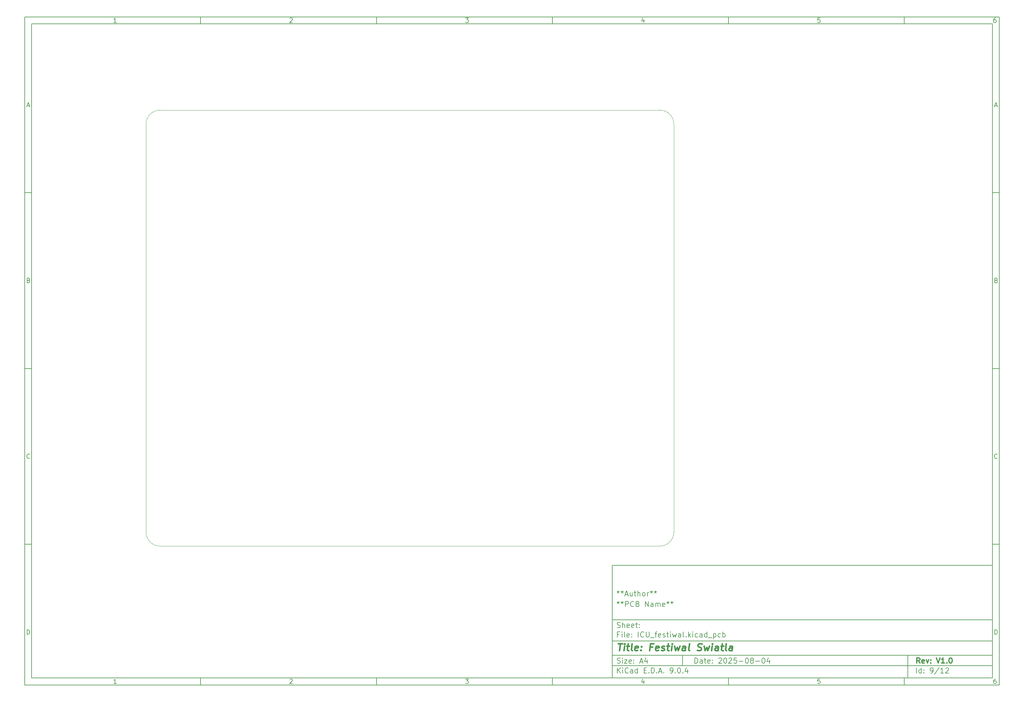
<source format=gbr>
%TF.GenerationSoftware,KiCad,Pcbnew,9.0.4*%
%TF.CreationDate,2025-08-27T10:43:00+02:00*%
%TF.ProjectId,ICU_festiwal,4943555f-6665-4737-9469-77616c2e6b69,V1.0*%
%TF.SameCoordinates,Original*%
%TF.FileFunction,Profile,NP*%
%FSLAX46Y46*%
G04 Gerber Fmt 4.6, Leading zero omitted, Abs format (unit mm)*
G04 Created by KiCad (PCBNEW 9.0.4) date 2025-08-27 10:43:00*
%MOMM*%
%LPD*%
G01*
G04 APERTURE LIST*
%ADD10C,0.100000*%
%ADD11C,0.150000*%
%ADD12C,0.300000*%
%ADD13C,0.400000*%
%TA.AperFunction,Profile*%
%ADD14C,0.050000*%
%TD*%
G04 APERTURE END LIST*
D10*
D11*
X177002200Y-166007200D02*
X285002200Y-166007200D01*
X285002200Y-198007200D01*
X177002200Y-198007200D01*
X177002200Y-166007200D01*
D10*
D11*
X10000000Y-10000000D02*
X287002200Y-10000000D01*
X287002200Y-200007200D01*
X10000000Y-200007200D01*
X10000000Y-10000000D01*
D10*
D11*
X12000000Y-12000000D02*
X285002200Y-12000000D01*
X285002200Y-198007200D01*
X12000000Y-198007200D01*
X12000000Y-12000000D01*
D10*
D11*
X60000000Y-12000000D02*
X60000000Y-10000000D01*
D10*
D11*
X110000000Y-12000000D02*
X110000000Y-10000000D01*
D10*
D11*
X160000000Y-12000000D02*
X160000000Y-10000000D01*
D10*
D11*
X210000000Y-12000000D02*
X210000000Y-10000000D01*
D10*
D11*
X260000000Y-12000000D02*
X260000000Y-10000000D01*
D10*
D11*
X36089160Y-11593604D02*
X35346303Y-11593604D01*
X35717731Y-11593604D02*
X35717731Y-10293604D01*
X35717731Y-10293604D02*
X35593922Y-10479319D01*
X35593922Y-10479319D02*
X35470112Y-10603128D01*
X35470112Y-10603128D02*
X35346303Y-10665033D01*
D10*
D11*
X85346303Y-10417414D02*
X85408207Y-10355509D01*
X85408207Y-10355509D02*
X85532017Y-10293604D01*
X85532017Y-10293604D02*
X85841541Y-10293604D01*
X85841541Y-10293604D02*
X85965350Y-10355509D01*
X85965350Y-10355509D02*
X86027255Y-10417414D01*
X86027255Y-10417414D02*
X86089160Y-10541223D01*
X86089160Y-10541223D02*
X86089160Y-10665033D01*
X86089160Y-10665033D02*
X86027255Y-10850747D01*
X86027255Y-10850747D02*
X85284398Y-11593604D01*
X85284398Y-11593604D02*
X86089160Y-11593604D01*
D10*
D11*
X135284398Y-10293604D02*
X136089160Y-10293604D01*
X136089160Y-10293604D02*
X135655826Y-10788842D01*
X135655826Y-10788842D02*
X135841541Y-10788842D01*
X135841541Y-10788842D02*
X135965350Y-10850747D01*
X135965350Y-10850747D02*
X136027255Y-10912652D01*
X136027255Y-10912652D02*
X136089160Y-11036461D01*
X136089160Y-11036461D02*
X136089160Y-11345985D01*
X136089160Y-11345985D02*
X136027255Y-11469795D01*
X136027255Y-11469795D02*
X135965350Y-11531700D01*
X135965350Y-11531700D02*
X135841541Y-11593604D01*
X135841541Y-11593604D02*
X135470112Y-11593604D01*
X135470112Y-11593604D02*
X135346303Y-11531700D01*
X135346303Y-11531700D02*
X135284398Y-11469795D01*
D10*
D11*
X185965350Y-10726938D02*
X185965350Y-11593604D01*
X185655826Y-10231700D02*
X185346303Y-11160271D01*
X185346303Y-11160271D02*
X186151064Y-11160271D01*
D10*
D11*
X236027255Y-10293604D02*
X235408207Y-10293604D01*
X235408207Y-10293604D02*
X235346303Y-10912652D01*
X235346303Y-10912652D02*
X235408207Y-10850747D01*
X235408207Y-10850747D02*
X235532017Y-10788842D01*
X235532017Y-10788842D02*
X235841541Y-10788842D01*
X235841541Y-10788842D02*
X235965350Y-10850747D01*
X235965350Y-10850747D02*
X236027255Y-10912652D01*
X236027255Y-10912652D02*
X236089160Y-11036461D01*
X236089160Y-11036461D02*
X236089160Y-11345985D01*
X236089160Y-11345985D02*
X236027255Y-11469795D01*
X236027255Y-11469795D02*
X235965350Y-11531700D01*
X235965350Y-11531700D02*
X235841541Y-11593604D01*
X235841541Y-11593604D02*
X235532017Y-11593604D01*
X235532017Y-11593604D02*
X235408207Y-11531700D01*
X235408207Y-11531700D02*
X235346303Y-11469795D01*
D10*
D11*
X285965350Y-10293604D02*
X285717731Y-10293604D01*
X285717731Y-10293604D02*
X285593922Y-10355509D01*
X285593922Y-10355509D02*
X285532017Y-10417414D01*
X285532017Y-10417414D02*
X285408207Y-10603128D01*
X285408207Y-10603128D02*
X285346303Y-10850747D01*
X285346303Y-10850747D02*
X285346303Y-11345985D01*
X285346303Y-11345985D02*
X285408207Y-11469795D01*
X285408207Y-11469795D02*
X285470112Y-11531700D01*
X285470112Y-11531700D02*
X285593922Y-11593604D01*
X285593922Y-11593604D02*
X285841541Y-11593604D01*
X285841541Y-11593604D02*
X285965350Y-11531700D01*
X285965350Y-11531700D02*
X286027255Y-11469795D01*
X286027255Y-11469795D02*
X286089160Y-11345985D01*
X286089160Y-11345985D02*
X286089160Y-11036461D01*
X286089160Y-11036461D02*
X286027255Y-10912652D01*
X286027255Y-10912652D02*
X285965350Y-10850747D01*
X285965350Y-10850747D02*
X285841541Y-10788842D01*
X285841541Y-10788842D02*
X285593922Y-10788842D01*
X285593922Y-10788842D02*
X285470112Y-10850747D01*
X285470112Y-10850747D02*
X285408207Y-10912652D01*
X285408207Y-10912652D02*
X285346303Y-11036461D01*
D10*
D11*
X60000000Y-198007200D02*
X60000000Y-200007200D01*
D10*
D11*
X110000000Y-198007200D02*
X110000000Y-200007200D01*
D10*
D11*
X160000000Y-198007200D02*
X160000000Y-200007200D01*
D10*
D11*
X210000000Y-198007200D02*
X210000000Y-200007200D01*
D10*
D11*
X260000000Y-198007200D02*
X260000000Y-200007200D01*
D10*
D11*
X36089160Y-199600804D02*
X35346303Y-199600804D01*
X35717731Y-199600804D02*
X35717731Y-198300804D01*
X35717731Y-198300804D02*
X35593922Y-198486519D01*
X35593922Y-198486519D02*
X35470112Y-198610328D01*
X35470112Y-198610328D02*
X35346303Y-198672233D01*
D10*
D11*
X85346303Y-198424614D02*
X85408207Y-198362709D01*
X85408207Y-198362709D02*
X85532017Y-198300804D01*
X85532017Y-198300804D02*
X85841541Y-198300804D01*
X85841541Y-198300804D02*
X85965350Y-198362709D01*
X85965350Y-198362709D02*
X86027255Y-198424614D01*
X86027255Y-198424614D02*
X86089160Y-198548423D01*
X86089160Y-198548423D02*
X86089160Y-198672233D01*
X86089160Y-198672233D02*
X86027255Y-198857947D01*
X86027255Y-198857947D02*
X85284398Y-199600804D01*
X85284398Y-199600804D02*
X86089160Y-199600804D01*
D10*
D11*
X135284398Y-198300804D02*
X136089160Y-198300804D01*
X136089160Y-198300804D02*
X135655826Y-198796042D01*
X135655826Y-198796042D02*
X135841541Y-198796042D01*
X135841541Y-198796042D02*
X135965350Y-198857947D01*
X135965350Y-198857947D02*
X136027255Y-198919852D01*
X136027255Y-198919852D02*
X136089160Y-199043661D01*
X136089160Y-199043661D02*
X136089160Y-199353185D01*
X136089160Y-199353185D02*
X136027255Y-199476995D01*
X136027255Y-199476995D02*
X135965350Y-199538900D01*
X135965350Y-199538900D02*
X135841541Y-199600804D01*
X135841541Y-199600804D02*
X135470112Y-199600804D01*
X135470112Y-199600804D02*
X135346303Y-199538900D01*
X135346303Y-199538900D02*
X135284398Y-199476995D01*
D10*
D11*
X185965350Y-198734138D02*
X185965350Y-199600804D01*
X185655826Y-198238900D02*
X185346303Y-199167471D01*
X185346303Y-199167471D02*
X186151064Y-199167471D01*
D10*
D11*
X236027255Y-198300804D02*
X235408207Y-198300804D01*
X235408207Y-198300804D02*
X235346303Y-198919852D01*
X235346303Y-198919852D02*
X235408207Y-198857947D01*
X235408207Y-198857947D02*
X235532017Y-198796042D01*
X235532017Y-198796042D02*
X235841541Y-198796042D01*
X235841541Y-198796042D02*
X235965350Y-198857947D01*
X235965350Y-198857947D02*
X236027255Y-198919852D01*
X236027255Y-198919852D02*
X236089160Y-199043661D01*
X236089160Y-199043661D02*
X236089160Y-199353185D01*
X236089160Y-199353185D02*
X236027255Y-199476995D01*
X236027255Y-199476995D02*
X235965350Y-199538900D01*
X235965350Y-199538900D02*
X235841541Y-199600804D01*
X235841541Y-199600804D02*
X235532017Y-199600804D01*
X235532017Y-199600804D02*
X235408207Y-199538900D01*
X235408207Y-199538900D02*
X235346303Y-199476995D01*
D10*
D11*
X285965350Y-198300804D02*
X285717731Y-198300804D01*
X285717731Y-198300804D02*
X285593922Y-198362709D01*
X285593922Y-198362709D02*
X285532017Y-198424614D01*
X285532017Y-198424614D02*
X285408207Y-198610328D01*
X285408207Y-198610328D02*
X285346303Y-198857947D01*
X285346303Y-198857947D02*
X285346303Y-199353185D01*
X285346303Y-199353185D02*
X285408207Y-199476995D01*
X285408207Y-199476995D02*
X285470112Y-199538900D01*
X285470112Y-199538900D02*
X285593922Y-199600804D01*
X285593922Y-199600804D02*
X285841541Y-199600804D01*
X285841541Y-199600804D02*
X285965350Y-199538900D01*
X285965350Y-199538900D02*
X286027255Y-199476995D01*
X286027255Y-199476995D02*
X286089160Y-199353185D01*
X286089160Y-199353185D02*
X286089160Y-199043661D01*
X286089160Y-199043661D02*
X286027255Y-198919852D01*
X286027255Y-198919852D02*
X285965350Y-198857947D01*
X285965350Y-198857947D02*
X285841541Y-198796042D01*
X285841541Y-198796042D02*
X285593922Y-198796042D01*
X285593922Y-198796042D02*
X285470112Y-198857947D01*
X285470112Y-198857947D02*
X285408207Y-198919852D01*
X285408207Y-198919852D02*
X285346303Y-199043661D01*
D10*
D11*
X10000000Y-60000000D02*
X12000000Y-60000000D01*
D10*
D11*
X10000000Y-110000000D02*
X12000000Y-110000000D01*
D10*
D11*
X10000000Y-160000000D02*
X12000000Y-160000000D01*
D10*
D11*
X10690476Y-35222176D02*
X11309523Y-35222176D01*
X10566666Y-35593604D02*
X10999999Y-34293604D01*
X10999999Y-34293604D02*
X11433333Y-35593604D01*
D10*
D11*
X11092857Y-84912652D02*
X11278571Y-84974557D01*
X11278571Y-84974557D02*
X11340476Y-85036461D01*
X11340476Y-85036461D02*
X11402380Y-85160271D01*
X11402380Y-85160271D02*
X11402380Y-85345985D01*
X11402380Y-85345985D02*
X11340476Y-85469795D01*
X11340476Y-85469795D02*
X11278571Y-85531700D01*
X11278571Y-85531700D02*
X11154761Y-85593604D01*
X11154761Y-85593604D02*
X10659523Y-85593604D01*
X10659523Y-85593604D02*
X10659523Y-84293604D01*
X10659523Y-84293604D02*
X11092857Y-84293604D01*
X11092857Y-84293604D02*
X11216666Y-84355509D01*
X11216666Y-84355509D02*
X11278571Y-84417414D01*
X11278571Y-84417414D02*
X11340476Y-84541223D01*
X11340476Y-84541223D02*
X11340476Y-84665033D01*
X11340476Y-84665033D02*
X11278571Y-84788842D01*
X11278571Y-84788842D02*
X11216666Y-84850747D01*
X11216666Y-84850747D02*
X11092857Y-84912652D01*
X11092857Y-84912652D02*
X10659523Y-84912652D01*
D10*
D11*
X11402380Y-135469795D02*
X11340476Y-135531700D01*
X11340476Y-135531700D02*
X11154761Y-135593604D01*
X11154761Y-135593604D02*
X11030952Y-135593604D01*
X11030952Y-135593604D02*
X10845238Y-135531700D01*
X10845238Y-135531700D02*
X10721428Y-135407890D01*
X10721428Y-135407890D02*
X10659523Y-135284080D01*
X10659523Y-135284080D02*
X10597619Y-135036461D01*
X10597619Y-135036461D02*
X10597619Y-134850747D01*
X10597619Y-134850747D02*
X10659523Y-134603128D01*
X10659523Y-134603128D02*
X10721428Y-134479319D01*
X10721428Y-134479319D02*
X10845238Y-134355509D01*
X10845238Y-134355509D02*
X11030952Y-134293604D01*
X11030952Y-134293604D02*
X11154761Y-134293604D01*
X11154761Y-134293604D02*
X11340476Y-134355509D01*
X11340476Y-134355509D02*
X11402380Y-134417414D01*
D10*
D11*
X10659523Y-185593604D02*
X10659523Y-184293604D01*
X10659523Y-184293604D02*
X10969047Y-184293604D01*
X10969047Y-184293604D02*
X11154761Y-184355509D01*
X11154761Y-184355509D02*
X11278571Y-184479319D01*
X11278571Y-184479319D02*
X11340476Y-184603128D01*
X11340476Y-184603128D02*
X11402380Y-184850747D01*
X11402380Y-184850747D02*
X11402380Y-185036461D01*
X11402380Y-185036461D02*
X11340476Y-185284080D01*
X11340476Y-185284080D02*
X11278571Y-185407890D01*
X11278571Y-185407890D02*
X11154761Y-185531700D01*
X11154761Y-185531700D02*
X10969047Y-185593604D01*
X10969047Y-185593604D02*
X10659523Y-185593604D01*
D10*
D11*
X287002200Y-60000000D02*
X285002200Y-60000000D01*
D10*
D11*
X287002200Y-110000000D02*
X285002200Y-110000000D01*
D10*
D11*
X287002200Y-160000000D02*
X285002200Y-160000000D01*
D10*
D11*
X285692676Y-35222176D02*
X286311723Y-35222176D01*
X285568866Y-35593604D02*
X286002199Y-34293604D01*
X286002199Y-34293604D02*
X286435533Y-35593604D01*
D10*
D11*
X286095057Y-84912652D02*
X286280771Y-84974557D01*
X286280771Y-84974557D02*
X286342676Y-85036461D01*
X286342676Y-85036461D02*
X286404580Y-85160271D01*
X286404580Y-85160271D02*
X286404580Y-85345985D01*
X286404580Y-85345985D02*
X286342676Y-85469795D01*
X286342676Y-85469795D02*
X286280771Y-85531700D01*
X286280771Y-85531700D02*
X286156961Y-85593604D01*
X286156961Y-85593604D02*
X285661723Y-85593604D01*
X285661723Y-85593604D02*
X285661723Y-84293604D01*
X285661723Y-84293604D02*
X286095057Y-84293604D01*
X286095057Y-84293604D02*
X286218866Y-84355509D01*
X286218866Y-84355509D02*
X286280771Y-84417414D01*
X286280771Y-84417414D02*
X286342676Y-84541223D01*
X286342676Y-84541223D02*
X286342676Y-84665033D01*
X286342676Y-84665033D02*
X286280771Y-84788842D01*
X286280771Y-84788842D02*
X286218866Y-84850747D01*
X286218866Y-84850747D02*
X286095057Y-84912652D01*
X286095057Y-84912652D02*
X285661723Y-84912652D01*
D10*
D11*
X286404580Y-135469795D02*
X286342676Y-135531700D01*
X286342676Y-135531700D02*
X286156961Y-135593604D01*
X286156961Y-135593604D02*
X286033152Y-135593604D01*
X286033152Y-135593604D02*
X285847438Y-135531700D01*
X285847438Y-135531700D02*
X285723628Y-135407890D01*
X285723628Y-135407890D02*
X285661723Y-135284080D01*
X285661723Y-135284080D02*
X285599819Y-135036461D01*
X285599819Y-135036461D02*
X285599819Y-134850747D01*
X285599819Y-134850747D02*
X285661723Y-134603128D01*
X285661723Y-134603128D02*
X285723628Y-134479319D01*
X285723628Y-134479319D02*
X285847438Y-134355509D01*
X285847438Y-134355509D02*
X286033152Y-134293604D01*
X286033152Y-134293604D02*
X286156961Y-134293604D01*
X286156961Y-134293604D02*
X286342676Y-134355509D01*
X286342676Y-134355509D02*
X286404580Y-134417414D01*
D10*
D11*
X285661723Y-185593604D02*
X285661723Y-184293604D01*
X285661723Y-184293604D02*
X285971247Y-184293604D01*
X285971247Y-184293604D02*
X286156961Y-184355509D01*
X286156961Y-184355509D02*
X286280771Y-184479319D01*
X286280771Y-184479319D02*
X286342676Y-184603128D01*
X286342676Y-184603128D02*
X286404580Y-184850747D01*
X286404580Y-184850747D02*
X286404580Y-185036461D01*
X286404580Y-185036461D02*
X286342676Y-185284080D01*
X286342676Y-185284080D02*
X286280771Y-185407890D01*
X286280771Y-185407890D02*
X286156961Y-185531700D01*
X286156961Y-185531700D02*
X285971247Y-185593604D01*
X285971247Y-185593604D02*
X285661723Y-185593604D01*
D10*
D11*
X200458026Y-193793328D02*
X200458026Y-192293328D01*
X200458026Y-192293328D02*
X200815169Y-192293328D01*
X200815169Y-192293328D02*
X201029455Y-192364757D01*
X201029455Y-192364757D02*
X201172312Y-192507614D01*
X201172312Y-192507614D02*
X201243741Y-192650471D01*
X201243741Y-192650471D02*
X201315169Y-192936185D01*
X201315169Y-192936185D02*
X201315169Y-193150471D01*
X201315169Y-193150471D02*
X201243741Y-193436185D01*
X201243741Y-193436185D02*
X201172312Y-193579042D01*
X201172312Y-193579042D02*
X201029455Y-193721900D01*
X201029455Y-193721900D02*
X200815169Y-193793328D01*
X200815169Y-193793328D02*
X200458026Y-193793328D01*
X202600884Y-193793328D02*
X202600884Y-193007614D01*
X202600884Y-193007614D02*
X202529455Y-192864757D01*
X202529455Y-192864757D02*
X202386598Y-192793328D01*
X202386598Y-192793328D02*
X202100884Y-192793328D01*
X202100884Y-192793328D02*
X201958026Y-192864757D01*
X202600884Y-193721900D02*
X202458026Y-193793328D01*
X202458026Y-193793328D02*
X202100884Y-193793328D01*
X202100884Y-193793328D02*
X201958026Y-193721900D01*
X201958026Y-193721900D02*
X201886598Y-193579042D01*
X201886598Y-193579042D02*
X201886598Y-193436185D01*
X201886598Y-193436185D02*
X201958026Y-193293328D01*
X201958026Y-193293328D02*
X202100884Y-193221900D01*
X202100884Y-193221900D02*
X202458026Y-193221900D01*
X202458026Y-193221900D02*
X202600884Y-193150471D01*
X203100884Y-192793328D02*
X203672312Y-192793328D01*
X203315169Y-192293328D02*
X203315169Y-193579042D01*
X203315169Y-193579042D02*
X203386598Y-193721900D01*
X203386598Y-193721900D02*
X203529455Y-193793328D01*
X203529455Y-193793328D02*
X203672312Y-193793328D01*
X204743741Y-193721900D02*
X204600884Y-193793328D01*
X204600884Y-193793328D02*
X204315170Y-193793328D01*
X204315170Y-193793328D02*
X204172312Y-193721900D01*
X204172312Y-193721900D02*
X204100884Y-193579042D01*
X204100884Y-193579042D02*
X204100884Y-193007614D01*
X204100884Y-193007614D02*
X204172312Y-192864757D01*
X204172312Y-192864757D02*
X204315170Y-192793328D01*
X204315170Y-192793328D02*
X204600884Y-192793328D01*
X204600884Y-192793328D02*
X204743741Y-192864757D01*
X204743741Y-192864757D02*
X204815170Y-193007614D01*
X204815170Y-193007614D02*
X204815170Y-193150471D01*
X204815170Y-193150471D02*
X204100884Y-193293328D01*
X205458026Y-193650471D02*
X205529455Y-193721900D01*
X205529455Y-193721900D02*
X205458026Y-193793328D01*
X205458026Y-193793328D02*
X205386598Y-193721900D01*
X205386598Y-193721900D02*
X205458026Y-193650471D01*
X205458026Y-193650471D02*
X205458026Y-193793328D01*
X205458026Y-192864757D02*
X205529455Y-192936185D01*
X205529455Y-192936185D02*
X205458026Y-193007614D01*
X205458026Y-193007614D02*
X205386598Y-192936185D01*
X205386598Y-192936185D02*
X205458026Y-192864757D01*
X205458026Y-192864757D02*
X205458026Y-193007614D01*
X207243741Y-192436185D02*
X207315169Y-192364757D01*
X207315169Y-192364757D02*
X207458027Y-192293328D01*
X207458027Y-192293328D02*
X207815169Y-192293328D01*
X207815169Y-192293328D02*
X207958027Y-192364757D01*
X207958027Y-192364757D02*
X208029455Y-192436185D01*
X208029455Y-192436185D02*
X208100884Y-192579042D01*
X208100884Y-192579042D02*
X208100884Y-192721900D01*
X208100884Y-192721900D02*
X208029455Y-192936185D01*
X208029455Y-192936185D02*
X207172312Y-193793328D01*
X207172312Y-193793328D02*
X208100884Y-193793328D01*
X209029455Y-192293328D02*
X209172312Y-192293328D01*
X209172312Y-192293328D02*
X209315169Y-192364757D01*
X209315169Y-192364757D02*
X209386598Y-192436185D01*
X209386598Y-192436185D02*
X209458026Y-192579042D01*
X209458026Y-192579042D02*
X209529455Y-192864757D01*
X209529455Y-192864757D02*
X209529455Y-193221900D01*
X209529455Y-193221900D02*
X209458026Y-193507614D01*
X209458026Y-193507614D02*
X209386598Y-193650471D01*
X209386598Y-193650471D02*
X209315169Y-193721900D01*
X209315169Y-193721900D02*
X209172312Y-193793328D01*
X209172312Y-193793328D02*
X209029455Y-193793328D01*
X209029455Y-193793328D02*
X208886598Y-193721900D01*
X208886598Y-193721900D02*
X208815169Y-193650471D01*
X208815169Y-193650471D02*
X208743740Y-193507614D01*
X208743740Y-193507614D02*
X208672312Y-193221900D01*
X208672312Y-193221900D02*
X208672312Y-192864757D01*
X208672312Y-192864757D02*
X208743740Y-192579042D01*
X208743740Y-192579042D02*
X208815169Y-192436185D01*
X208815169Y-192436185D02*
X208886598Y-192364757D01*
X208886598Y-192364757D02*
X209029455Y-192293328D01*
X210100883Y-192436185D02*
X210172311Y-192364757D01*
X210172311Y-192364757D02*
X210315169Y-192293328D01*
X210315169Y-192293328D02*
X210672311Y-192293328D01*
X210672311Y-192293328D02*
X210815169Y-192364757D01*
X210815169Y-192364757D02*
X210886597Y-192436185D01*
X210886597Y-192436185D02*
X210958026Y-192579042D01*
X210958026Y-192579042D02*
X210958026Y-192721900D01*
X210958026Y-192721900D02*
X210886597Y-192936185D01*
X210886597Y-192936185D02*
X210029454Y-193793328D01*
X210029454Y-193793328D02*
X210958026Y-193793328D01*
X212315168Y-192293328D02*
X211600882Y-192293328D01*
X211600882Y-192293328D02*
X211529454Y-193007614D01*
X211529454Y-193007614D02*
X211600882Y-192936185D01*
X211600882Y-192936185D02*
X211743740Y-192864757D01*
X211743740Y-192864757D02*
X212100882Y-192864757D01*
X212100882Y-192864757D02*
X212243740Y-192936185D01*
X212243740Y-192936185D02*
X212315168Y-193007614D01*
X212315168Y-193007614D02*
X212386597Y-193150471D01*
X212386597Y-193150471D02*
X212386597Y-193507614D01*
X212386597Y-193507614D02*
X212315168Y-193650471D01*
X212315168Y-193650471D02*
X212243740Y-193721900D01*
X212243740Y-193721900D02*
X212100882Y-193793328D01*
X212100882Y-193793328D02*
X211743740Y-193793328D01*
X211743740Y-193793328D02*
X211600882Y-193721900D01*
X211600882Y-193721900D02*
X211529454Y-193650471D01*
X213029453Y-193221900D02*
X214172311Y-193221900D01*
X215172311Y-192293328D02*
X215315168Y-192293328D01*
X215315168Y-192293328D02*
X215458025Y-192364757D01*
X215458025Y-192364757D02*
X215529454Y-192436185D01*
X215529454Y-192436185D02*
X215600882Y-192579042D01*
X215600882Y-192579042D02*
X215672311Y-192864757D01*
X215672311Y-192864757D02*
X215672311Y-193221900D01*
X215672311Y-193221900D02*
X215600882Y-193507614D01*
X215600882Y-193507614D02*
X215529454Y-193650471D01*
X215529454Y-193650471D02*
X215458025Y-193721900D01*
X215458025Y-193721900D02*
X215315168Y-193793328D01*
X215315168Y-193793328D02*
X215172311Y-193793328D01*
X215172311Y-193793328D02*
X215029454Y-193721900D01*
X215029454Y-193721900D02*
X214958025Y-193650471D01*
X214958025Y-193650471D02*
X214886596Y-193507614D01*
X214886596Y-193507614D02*
X214815168Y-193221900D01*
X214815168Y-193221900D02*
X214815168Y-192864757D01*
X214815168Y-192864757D02*
X214886596Y-192579042D01*
X214886596Y-192579042D02*
X214958025Y-192436185D01*
X214958025Y-192436185D02*
X215029454Y-192364757D01*
X215029454Y-192364757D02*
X215172311Y-192293328D01*
X216529453Y-192936185D02*
X216386596Y-192864757D01*
X216386596Y-192864757D02*
X216315167Y-192793328D01*
X216315167Y-192793328D02*
X216243739Y-192650471D01*
X216243739Y-192650471D02*
X216243739Y-192579042D01*
X216243739Y-192579042D02*
X216315167Y-192436185D01*
X216315167Y-192436185D02*
X216386596Y-192364757D01*
X216386596Y-192364757D02*
X216529453Y-192293328D01*
X216529453Y-192293328D02*
X216815167Y-192293328D01*
X216815167Y-192293328D02*
X216958025Y-192364757D01*
X216958025Y-192364757D02*
X217029453Y-192436185D01*
X217029453Y-192436185D02*
X217100882Y-192579042D01*
X217100882Y-192579042D02*
X217100882Y-192650471D01*
X217100882Y-192650471D02*
X217029453Y-192793328D01*
X217029453Y-192793328D02*
X216958025Y-192864757D01*
X216958025Y-192864757D02*
X216815167Y-192936185D01*
X216815167Y-192936185D02*
X216529453Y-192936185D01*
X216529453Y-192936185D02*
X216386596Y-193007614D01*
X216386596Y-193007614D02*
X216315167Y-193079042D01*
X216315167Y-193079042D02*
X216243739Y-193221900D01*
X216243739Y-193221900D02*
X216243739Y-193507614D01*
X216243739Y-193507614D02*
X216315167Y-193650471D01*
X216315167Y-193650471D02*
X216386596Y-193721900D01*
X216386596Y-193721900D02*
X216529453Y-193793328D01*
X216529453Y-193793328D02*
X216815167Y-193793328D01*
X216815167Y-193793328D02*
X216958025Y-193721900D01*
X216958025Y-193721900D02*
X217029453Y-193650471D01*
X217029453Y-193650471D02*
X217100882Y-193507614D01*
X217100882Y-193507614D02*
X217100882Y-193221900D01*
X217100882Y-193221900D02*
X217029453Y-193079042D01*
X217029453Y-193079042D02*
X216958025Y-193007614D01*
X216958025Y-193007614D02*
X216815167Y-192936185D01*
X217743738Y-193221900D02*
X218886596Y-193221900D01*
X219886596Y-192293328D02*
X220029453Y-192293328D01*
X220029453Y-192293328D02*
X220172310Y-192364757D01*
X220172310Y-192364757D02*
X220243739Y-192436185D01*
X220243739Y-192436185D02*
X220315167Y-192579042D01*
X220315167Y-192579042D02*
X220386596Y-192864757D01*
X220386596Y-192864757D02*
X220386596Y-193221900D01*
X220386596Y-193221900D02*
X220315167Y-193507614D01*
X220315167Y-193507614D02*
X220243739Y-193650471D01*
X220243739Y-193650471D02*
X220172310Y-193721900D01*
X220172310Y-193721900D02*
X220029453Y-193793328D01*
X220029453Y-193793328D02*
X219886596Y-193793328D01*
X219886596Y-193793328D02*
X219743739Y-193721900D01*
X219743739Y-193721900D02*
X219672310Y-193650471D01*
X219672310Y-193650471D02*
X219600881Y-193507614D01*
X219600881Y-193507614D02*
X219529453Y-193221900D01*
X219529453Y-193221900D02*
X219529453Y-192864757D01*
X219529453Y-192864757D02*
X219600881Y-192579042D01*
X219600881Y-192579042D02*
X219672310Y-192436185D01*
X219672310Y-192436185D02*
X219743739Y-192364757D01*
X219743739Y-192364757D02*
X219886596Y-192293328D01*
X221672310Y-192793328D02*
X221672310Y-193793328D01*
X221315167Y-192221900D02*
X220958024Y-193293328D01*
X220958024Y-193293328D02*
X221886595Y-193293328D01*
D10*
D11*
X177002200Y-194507200D02*
X285002200Y-194507200D01*
D10*
D11*
X178458026Y-196593328D02*
X178458026Y-195093328D01*
X179315169Y-196593328D02*
X178672312Y-195736185D01*
X179315169Y-195093328D02*
X178458026Y-195950471D01*
X179958026Y-196593328D02*
X179958026Y-195593328D01*
X179958026Y-195093328D02*
X179886598Y-195164757D01*
X179886598Y-195164757D02*
X179958026Y-195236185D01*
X179958026Y-195236185D02*
X180029455Y-195164757D01*
X180029455Y-195164757D02*
X179958026Y-195093328D01*
X179958026Y-195093328D02*
X179958026Y-195236185D01*
X181529455Y-196450471D02*
X181458027Y-196521900D01*
X181458027Y-196521900D02*
X181243741Y-196593328D01*
X181243741Y-196593328D02*
X181100884Y-196593328D01*
X181100884Y-196593328D02*
X180886598Y-196521900D01*
X180886598Y-196521900D02*
X180743741Y-196379042D01*
X180743741Y-196379042D02*
X180672312Y-196236185D01*
X180672312Y-196236185D02*
X180600884Y-195950471D01*
X180600884Y-195950471D02*
X180600884Y-195736185D01*
X180600884Y-195736185D02*
X180672312Y-195450471D01*
X180672312Y-195450471D02*
X180743741Y-195307614D01*
X180743741Y-195307614D02*
X180886598Y-195164757D01*
X180886598Y-195164757D02*
X181100884Y-195093328D01*
X181100884Y-195093328D02*
X181243741Y-195093328D01*
X181243741Y-195093328D02*
X181458027Y-195164757D01*
X181458027Y-195164757D02*
X181529455Y-195236185D01*
X182815170Y-196593328D02*
X182815170Y-195807614D01*
X182815170Y-195807614D02*
X182743741Y-195664757D01*
X182743741Y-195664757D02*
X182600884Y-195593328D01*
X182600884Y-195593328D02*
X182315170Y-195593328D01*
X182315170Y-195593328D02*
X182172312Y-195664757D01*
X182815170Y-196521900D02*
X182672312Y-196593328D01*
X182672312Y-196593328D02*
X182315170Y-196593328D01*
X182315170Y-196593328D02*
X182172312Y-196521900D01*
X182172312Y-196521900D02*
X182100884Y-196379042D01*
X182100884Y-196379042D02*
X182100884Y-196236185D01*
X182100884Y-196236185D02*
X182172312Y-196093328D01*
X182172312Y-196093328D02*
X182315170Y-196021900D01*
X182315170Y-196021900D02*
X182672312Y-196021900D01*
X182672312Y-196021900D02*
X182815170Y-195950471D01*
X184172313Y-196593328D02*
X184172313Y-195093328D01*
X184172313Y-196521900D02*
X184029455Y-196593328D01*
X184029455Y-196593328D02*
X183743741Y-196593328D01*
X183743741Y-196593328D02*
X183600884Y-196521900D01*
X183600884Y-196521900D02*
X183529455Y-196450471D01*
X183529455Y-196450471D02*
X183458027Y-196307614D01*
X183458027Y-196307614D02*
X183458027Y-195879042D01*
X183458027Y-195879042D02*
X183529455Y-195736185D01*
X183529455Y-195736185D02*
X183600884Y-195664757D01*
X183600884Y-195664757D02*
X183743741Y-195593328D01*
X183743741Y-195593328D02*
X184029455Y-195593328D01*
X184029455Y-195593328D02*
X184172313Y-195664757D01*
X186029455Y-195807614D02*
X186529455Y-195807614D01*
X186743741Y-196593328D02*
X186029455Y-196593328D01*
X186029455Y-196593328D02*
X186029455Y-195093328D01*
X186029455Y-195093328D02*
X186743741Y-195093328D01*
X187386598Y-196450471D02*
X187458027Y-196521900D01*
X187458027Y-196521900D02*
X187386598Y-196593328D01*
X187386598Y-196593328D02*
X187315170Y-196521900D01*
X187315170Y-196521900D02*
X187386598Y-196450471D01*
X187386598Y-196450471D02*
X187386598Y-196593328D01*
X188100884Y-196593328D02*
X188100884Y-195093328D01*
X188100884Y-195093328D02*
X188458027Y-195093328D01*
X188458027Y-195093328D02*
X188672313Y-195164757D01*
X188672313Y-195164757D02*
X188815170Y-195307614D01*
X188815170Y-195307614D02*
X188886599Y-195450471D01*
X188886599Y-195450471D02*
X188958027Y-195736185D01*
X188958027Y-195736185D02*
X188958027Y-195950471D01*
X188958027Y-195950471D02*
X188886599Y-196236185D01*
X188886599Y-196236185D02*
X188815170Y-196379042D01*
X188815170Y-196379042D02*
X188672313Y-196521900D01*
X188672313Y-196521900D02*
X188458027Y-196593328D01*
X188458027Y-196593328D02*
X188100884Y-196593328D01*
X189600884Y-196450471D02*
X189672313Y-196521900D01*
X189672313Y-196521900D02*
X189600884Y-196593328D01*
X189600884Y-196593328D02*
X189529456Y-196521900D01*
X189529456Y-196521900D02*
X189600884Y-196450471D01*
X189600884Y-196450471D02*
X189600884Y-196593328D01*
X190243742Y-196164757D02*
X190958028Y-196164757D01*
X190100885Y-196593328D02*
X190600885Y-195093328D01*
X190600885Y-195093328D02*
X191100885Y-196593328D01*
X191600884Y-196450471D02*
X191672313Y-196521900D01*
X191672313Y-196521900D02*
X191600884Y-196593328D01*
X191600884Y-196593328D02*
X191529456Y-196521900D01*
X191529456Y-196521900D02*
X191600884Y-196450471D01*
X191600884Y-196450471D02*
X191600884Y-196593328D01*
X193529456Y-196593328D02*
X193815170Y-196593328D01*
X193815170Y-196593328D02*
X193958027Y-196521900D01*
X193958027Y-196521900D02*
X194029456Y-196450471D01*
X194029456Y-196450471D02*
X194172313Y-196236185D01*
X194172313Y-196236185D02*
X194243742Y-195950471D01*
X194243742Y-195950471D02*
X194243742Y-195379042D01*
X194243742Y-195379042D02*
X194172313Y-195236185D01*
X194172313Y-195236185D02*
X194100885Y-195164757D01*
X194100885Y-195164757D02*
X193958027Y-195093328D01*
X193958027Y-195093328D02*
X193672313Y-195093328D01*
X193672313Y-195093328D02*
X193529456Y-195164757D01*
X193529456Y-195164757D02*
X193458027Y-195236185D01*
X193458027Y-195236185D02*
X193386599Y-195379042D01*
X193386599Y-195379042D02*
X193386599Y-195736185D01*
X193386599Y-195736185D02*
X193458027Y-195879042D01*
X193458027Y-195879042D02*
X193529456Y-195950471D01*
X193529456Y-195950471D02*
X193672313Y-196021900D01*
X193672313Y-196021900D02*
X193958027Y-196021900D01*
X193958027Y-196021900D02*
X194100885Y-195950471D01*
X194100885Y-195950471D02*
X194172313Y-195879042D01*
X194172313Y-195879042D02*
X194243742Y-195736185D01*
X194886598Y-196450471D02*
X194958027Y-196521900D01*
X194958027Y-196521900D02*
X194886598Y-196593328D01*
X194886598Y-196593328D02*
X194815170Y-196521900D01*
X194815170Y-196521900D02*
X194886598Y-196450471D01*
X194886598Y-196450471D02*
X194886598Y-196593328D01*
X195886599Y-195093328D02*
X196029456Y-195093328D01*
X196029456Y-195093328D02*
X196172313Y-195164757D01*
X196172313Y-195164757D02*
X196243742Y-195236185D01*
X196243742Y-195236185D02*
X196315170Y-195379042D01*
X196315170Y-195379042D02*
X196386599Y-195664757D01*
X196386599Y-195664757D02*
X196386599Y-196021900D01*
X196386599Y-196021900D02*
X196315170Y-196307614D01*
X196315170Y-196307614D02*
X196243742Y-196450471D01*
X196243742Y-196450471D02*
X196172313Y-196521900D01*
X196172313Y-196521900D02*
X196029456Y-196593328D01*
X196029456Y-196593328D02*
X195886599Y-196593328D01*
X195886599Y-196593328D02*
X195743742Y-196521900D01*
X195743742Y-196521900D02*
X195672313Y-196450471D01*
X195672313Y-196450471D02*
X195600884Y-196307614D01*
X195600884Y-196307614D02*
X195529456Y-196021900D01*
X195529456Y-196021900D02*
X195529456Y-195664757D01*
X195529456Y-195664757D02*
X195600884Y-195379042D01*
X195600884Y-195379042D02*
X195672313Y-195236185D01*
X195672313Y-195236185D02*
X195743742Y-195164757D01*
X195743742Y-195164757D02*
X195886599Y-195093328D01*
X197029455Y-196450471D02*
X197100884Y-196521900D01*
X197100884Y-196521900D02*
X197029455Y-196593328D01*
X197029455Y-196593328D02*
X196958027Y-196521900D01*
X196958027Y-196521900D02*
X197029455Y-196450471D01*
X197029455Y-196450471D02*
X197029455Y-196593328D01*
X198386599Y-195593328D02*
X198386599Y-196593328D01*
X198029456Y-195021900D02*
X197672313Y-196093328D01*
X197672313Y-196093328D02*
X198600884Y-196093328D01*
D10*
D11*
X177002200Y-191507200D02*
X285002200Y-191507200D01*
D10*
D12*
X264413853Y-193785528D02*
X263913853Y-193071242D01*
X263556710Y-193785528D02*
X263556710Y-192285528D01*
X263556710Y-192285528D02*
X264128139Y-192285528D01*
X264128139Y-192285528D02*
X264270996Y-192356957D01*
X264270996Y-192356957D02*
X264342425Y-192428385D01*
X264342425Y-192428385D02*
X264413853Y-192571242D01*
X264413853Y-192571242D02*
X264413853Y-192785528D01*
X264413853Y-192785528D02*
X264342425Y-192928385D01*
X264342425Y-192928385D02*
X264270996Y-192999814D01*
X264270996Y-192999814D02*
X264128139Y-193071242D01*
X264128139Y-193071242D02*
X263556710Y-193071242D01*
X265628139Y-193714100D02*
X265485282Y-193785528D01*
X265485282Y-193785528D02*
X265199568Y-193785528D01*
X265199568Y-193785528D02*
X265056710Y-193714100D01*
X265056710Y-193714100D02*
X264985282Y-193571242D01*
X264985282Y-193571242D02*
X264985282Y-192999814D01*
X264985282Y-192999814D02*
X265056710Y-192856957D01*
X265056710Y-192856957D02*
X265199568Y-192785528D01*
X265199568Y-192785528D02*
X265485282Y-192785528D01*
X265485282Y-192785528D02*
X265628139Y-192856957D01*
X265628139Y-192856957D02*
X265699568Y-192999814D01*
X265699568Y-192999814D02*
X265699568Y-193142671D01*
X265699568Y-193142671D02*
X264985282Y-193285528D01*
X266199567Y-192785528D02*
X266556710Y-193785528D01*
X266556710Y-193785528D02*
X266913853Y-192785528D01*
X267485281Y-193642671D02*
X267556710Y-193714100D01*
X267556710Y-193714100D02*
X267485281Y-193785528D01*
X267485281Y-193785528D02*
X267413853Y-193714100D01*
X267413853Y-193714100D02*
X267485281Y-193642671D01*
X267485281Y-193642671D02*
X267485281Y-193785528D01*
X267485281Y-192856957D02*
X267556710Y-192928385D01*
X267556710Y-192928385D02*
X267485281Y-192999814D01*
X267485281Y-192999814D02*
X267413853Y-192928385D01*
X267413853Y-192928385D02*
X267485281Y-192856957D01*
X267485281Y-192856957D02*
X267485281Y-192999814D01*
X269128139Y-192285528D02*
X269628139Y-193785528D01*
X269628139Y-193785528D02*
X270128139Y-192285528D01*
X271413853Y-193785528D02*
X270556710Y-193785528D01*
X270985281Y-193785528D02*
X270985281Y-192285528D01*
X270985281Y-192285528D02*
X270842424Y-192499814D01*
X270842424Y-192499814D02*
X270699567Y-192642671D01*
X270699567Y-192642671D02*
X270556710Y-192714100D01*
X272056709Y-193642671D02*
X272128138Y-193714100D01*
X272128138Y-193714100D02*
X272056709Y-193785528D01*
X272056709Y-193785528D02*
X271985281Y-193714100D01*
X271985281Y-193714100D02*
X272056709Y-193642671D01*
X272056709Y-193642671D02*
X272056709Y-193785528D01*
X273056710Y-192285528D02*
X273199567Y-192285528D01*
X273199567Y-192285528D02*
X273342424Y-192356957D01*
X273342424Y-192356957D02*
X273413853Y-192428385D01*
X273413853Y-192428385D02*
X273485281Y-192571242D01*
X273485281Y-192571242D02*
X273556710Y-192856957D01*
X273556710Y-192856957D02*
X273556710Y-193214100D01*
X273556710Y-193214100D02*
X273485281Y-193499814D01*
X273485281Y-193499814D02*
X273413853Y-193642671D01*
X273413853Y-193642671D02*
X273342424Y-193714100D01*
X273342424Y-193714100D02*
X273199567Y-193785528D01*
X273199567Y-193785528D02*
X273056710Y-193785528D01*
X273056710Y-193785528D02*
X272913853Y-193714100D01*
X272913853Y-193714100D02*
X272842424Y-193642671D01*
X272842424Y-193642671D02*
X272770995Y-193499814D01*
X272770995Y-193499814D02*
X272699567Y-193214100D01*
X272699567Y-193214100D02*
X272699567Y-192856957D01*
X272699567Y-192856957D02*
X272770995Y-192571242D01*
X272770995Y-192571242D02*
X272842424Y-192428385D01*
X272842424Y-192428385D02*
X272913853Y-192356957D01*
X272913853Y-192356957D02*
X273056710Y-192285528D01*
D10*
D11*
X178386598Y-193721900D02*
X178600884Y-193793328D01*
X178600884Y-193793328D02*
X178958026Y-193793328D01*
X178958026Y-193793328D02*
X179100884Y-193721900D01*
X179100884Y-193721900D02*
X179172312Y-193650471D01*
X179172312Y-193650471D02*
X179243741Y-193507614D01*
X179243741Y-193507614D02*
X179243741Y-193364757D01*
X179243741Y-193364757D02*
X179172312Y-193221900D01*
X179172312Y-193221900D02*
X179100884Y-193150471D01*
X179100884Y-193150471D02*
X178958026Y-193079042D01*
X178958026Y-193079042D02*
X178672312Y-193007614D01*
X178672312Y-193007614D02*
X178529455Y-192936185D01*
X178529455Y-192936185D02*
X178458026Y-192864757D01*
X178458026Y-192864757D02*
X178386598Y-192721900D01*
X178386598Y-192721900D02*
X178386598Y-192579042D01*
X178386598Y-192579042D02*
X178458026Y-192436185D01*
X178458026Y-192436185D02*
X178529455Y-192364757D01*
X178529455Y-192364757D02*
X178672312Y-192293328D01*
X178672312Y-192293328D02*
X179029455Y-192293328D01*
X179029455Y-192293328D02*
X179243741Y-192364757D01*
X179886597Y-193793328D02*
X179886597Y-192793328D01*
X179886597Y-192293328D02*
X179815169Y-192364757D01*
X179815169Y-192364757D02*
X179886597Y-192436185D01*
X179886597Y-192436185D02*
X179958026Y-192364757D01*
X179958026Y-192364757D02*
X179886597Y-192293328D01*
X179886597Y-192293328D02*
X179886597Y-192436185D01*
X180458026Y-192793328D02*
X181243741Y-192793328D01*
X181243741Y-192793328D02*
X180458026Y-193793328D01*
X180458026Y-193793328D02*
X181243741Y-193793328D01*
X182386598Y-193721900D02*
X182243741Y-193793328D01*
X182243741Y-193793328D02*
X181958027Y-193793328D01*
X181958027Y-193793328D02*
X181815169Y-193721900D01*
X181815169Y-193721900D02*
X181743741Y-193579042D01*
X181743741Y-193579042D02*
X181743741Y-193007614D01*
X181743741Y-193007614D02*
X181815169Y-192864757D01*
X181815169Y-192864757D02*
X181958027Y-192793328D01*
X181958027Y-192793328D02*
X182243741Y-192793328D01*
X182243741Y-192793328D02*
X182386598Y-192864757D01*
X182386598Y-192864757D02*
X182458027Y-193007614D01*
X182458027Y-193007614D02*
X182458027Y-193150471D01*
X182458027Y-193150471D02*
X181743741Y-193293328D01*
X183100883Y-193650471D02*
X183172312Y-193721900D01*
X183172312Y-193721900D02*
X183100883Y-193793328D01*
X183100883Y-193793328D02*
X183029455Y-193721900D01*
X183029455Y-193721900D02*
X183100883Y-193650471D01*
X183100883Y-193650471D02*
X183100883Y-193793328D01*
X183100883Y-192864757D02*
X183172312Y-192936185D01*
X183172312Y-192936185D02*
X183100883Y-193007614D01*
X183100883Y-193007614D02*
X183029455Y-192936185D01*
X183029455Y-192936185D02*
X183100883Y-192864757D01*
X183100883Y-192864757D02*
X183100883Y-193007614D01*
X184886598Y-193364757D02*
X185600884Y-193364757D01*
X184743741Y-193793328D02*
X185243741Y-192293328D01*
X185243741Y-192293328D02*
X185743741Y-193793328D01*
X186886598Y-192793328D02*
X186886598Y-193793328D01*
X186529455Y-192221900D02*
X186172312Y-193293328D01*
X186172312Y-193293328D02*
X187100883Y-193293328D01*
D10*
D11*
X263458026Y-196593328D02*
X263458026Y-195093328D01*
X264815170Y-196593328D02*
X264815170Y-195093328D01*
X264815170Y-196521900D02*
X264672312Y-196593328D01*
X264672312Y-196593328D02*
X264386598Y-196593328D01*
X264386598Y-196593328D02*
X264243741Y-196521900D01*
X264243741Y-196521900D02*
X264172312Y-196450471D01*
X264172312Y-196450471D02*
X264100884Y-196307614D01*
X264100884Y-196307614D02*
X264100884Y-195879042D01*
X264100884Y-195879042D02*
X264172312Y-195736185D01*
X264172312Y-195736185D02*
X264243741Y-195664757D01*
X264243741Y-195664757D02*
X264386598Y-195593328D01*
X264386598Y-195593328D02*
X264672312Y-195593328D01*
X264672312Y-195593328D02*
X264815170Y-195664757D01*
X265529455Y-196450471D02*
X265600884Y-196521900D01*
X265600884Y-196521900D02*
X265529455Y-196593328D01*
X265529455Y-196593328D02*
X265458027Y-196521900D01*
X265458027Y-196521900D02*
X265529455Y-196450471D01*
X265529455Y-196450471D02*
X265529455Y-196593328D01*
X265529455Y-195664757D02*
X265600884Y-195736185D01*
X265600884Y-195736185D02*
X265529455Y-195807614D01*
X265529455Y-195807614D02*
X265458027Y-195736185D01*
X265458027Y-195736185D02*
X265529455Y-195664757D01*
X265529455Y-195664757D02*
X265529455Y-195807614D01*
X267458027Y-196593328D02*
X267743741Y-196593328D01*
X267743741Y-196593328D02*
X267886598Y-196521900D01*
X267886598Y-196521900D02*
X267958027Y-196450471D01*
X267958027Y-196450471D02*
X268100884Y-196236185D01*
X268100884Y-196236185D02*
X268172313Y-195950471D01*
X268172313Y-195950471D02*
X268172313Y-195379042D01*
X268172313Y-195379042D02*
X268100884Y-195236185D01*
X268100884Y-195236185D02*
X268029456Y-195164757D01*
X268029456Y-195164757D02*
X267886598Y-195093328D01*
X267886598Y-195093328D02*
X267600884Y-195093328D01*
X267600884Y-195093328D02*
X267458027Y-195164757D01*
X267458027Y-195164757D02*
X267386598Y-195236185D01*
X267386598Y-195236185D02*
X267315170Y-195379042D01*
X267315170Y-195379042D02*
X267315170Y-195736185D01*
X267315170Y-195736185D02*
X267386598Y-195879042D01*
X267386598Y-195879042D02*
X267458027Y-195950471D01*
X267458027Y-195950471D02*
X267600884Y-196021900D01*
X267600884Y-196021900D02*
X267886598Y-196021900D01*
X267886598Y-196021900D02*
X268029456Y-195950471D01*
X268029456Y-195950471D02*
X268100884Y-195879042D01*
X268100884Y-195879042D02*
X268172313Y-195736185D01*
X269886598Y-195021900D02*
X268600884Y-196950471D01*
X271172313Y-196593328D02*
X270315170Y-196593328D01*
X270743741Y-196593328D02*
X270743741Y-195093328D01*
X270743741Y-195093328D02*
X270600884Y-195307614D01*
X270600884Y-195307614D02*
X270458027Y-195450471D01*
X270458027Y-195450471D02*
X270315170Y-195521900D01*
X271743741Y-195236185D02*
X271815169Y-195164757D01*
X271815169Y-195164757D02*
X271958027Y-195093328D01*
X271958027Y-195093328D02*
X272315169Y-195093328D01*
X272315169Y-195093328D02*
X272458027Y-195164757D01*
X272458027Y-195164757D02*
X272529455Y-195236185D01*
X272529455Y-195236185D02*
X272600884Y-195379042D01*
X272600884Y-195379042D02*
X272600884Y-195521900D01*
X272600884Y-195521900D02*
X272529455Y-195736185D01*
X272529455Y-195736185D02*
X271672312Y-196593328D01*
X271672312Y-196593328D02*
X272600884Y-196593328D01*
D10*
D11*
X177002200Y-187507200D02*
X285002200Y-187507200D01*
D10*
D13*
X178693928Y-188211638D02*
X179836785Y-188211638D01*
X179015357Y-190211638D02*
X179265357Y-188211638D01*
X180253452Y-190211638D02*
X180420119Y-188878304D01*
X180503452Y-188211638D02*
X180396309Y-188306876D01*
X180396309Y-188306876D02*
X180479643Y-188402114D01*
X180479643Y-188402114D02*
X180586786Y-188306876D01*
X180586786Y-188306876D02*
X180503452Y-188211638D01*
X180503452Y-188211638D02*
X180479643Y-188402114D01*
X181086786Y-188878304D02*
X181848690Y-188878304D01*
X181455833Y-188211638D02*
X181241548Y-189925923D01*
X181241548Y-189925923D02*
X181312976Y-190116400D01*
X181312976Y-190116400D02*
X181491548Y-190211638D01*
X181491548Y-190211638D02*
X181682024Y-190211638D01*
X182634405Y-190211638D02*
X182455833Y-190116400D01*
X182455833Y-190116400D02*
X182384405Y-189925923D01*
X182384405Y-189925923D02*
X182598690Y-188211638D01*
X184170119Y-190116400D02*
X183967738Y-190211638D01*
X183967738Y-190211638D02*
X183586785Y-190211638D01*
X183586785Y-190211638D02*
X183408214Y-190116400D01*
X183408214Y-190116400D02*
X183336785Y-189925923D01*
X183336785Y-189925923D02*
X183432024Y-189164019D01*
X183432024Y-189164019D02*
X183551071Y-188973542D01*
X183551071Y-188973542D02*
X183753452Y-188878304D01*
X183753452Y-188878304D02*
X184134404Y-188878304D01*
X184134404Y-188878304D02*
X184312976Y-188973542D01*
X184312976Y-188973542D02*
X184384404Y-189164019D01*
X184384404Y-189164019D02*
X184360595Y-189354495D01*
X184360595Y-189354495D02*
X183384404Y-189544971D01*
X185134405Y-190021161D02*
X185217738Y-190116400D01*
X185217738Y-190116400D02*
X185110595Y-190211638D01*
X185110595Y-190211638D02*
X185027262Y-190116400D01*
X185027262Y-190116400D02*
X185134405Y-190021161D01*
X185134405Y-190021161D02*
X185110595Y-190211638D01*
X185265357Y-188973542D02*
X185348690Y-189068780D01*
X185348690Y-189068780D02*
X185241548Y-189164019D01*
X185241548Y-189164019D02*
X185158214Y-189068780D01*
X185158214Y-189068780D02*
X185265357Y-188973542D01*
X185265357Y-188973542D02*
X185241548Y-189164019D01*
X188384405Y-189164019D02*
X187717739Y-189164019D01*
X187586786Y-190211638D02*
X187836786Y-188211638D01*
X187836786Y-188211638D02*
X188789167Y-188211638D01*
X190074882Y-190116400D02*
X189872501Y-190211638D01*
X189872501Y-190211638D02*
X189491548Y-190211638D01*
X189491548Y-190211638D02*
X189312977Y-190116400D01*
X189312977Y-190116400D02*
X189241548Y-189925923D01*
X189241548Y-189925923D02*
X189336787Y-189164019D01*
X189336787Y-189164019D02*
X189455834Y-188973542D01*
X189455834Y-188973542D02*
X189658215Y-188878304D01*
X189658215Y-188878304D02*
X190039167Y-188878304D01*
X190039167Y-188878304D02*
X190217739Y-188973542D01*
X190217739Y-188973542D02*
X190289167Y-189164019D01*
X190289167Y-189164019D02*
X190265358Y-189354495D01*
X190265358Y-189354495D02*
X189289167Y-189544971D01*
X190932025Y-190116400D02*
X191110596Y-190211638D01*
X191110596Y-190211638D02*
X191491549Y-190211638D01*
X191491549Y-190211638D02*
X191693930Y-190116400D01*
X191693930Y-190116400D02*
X191812977Y-189925923D01*
X191812977Y-189925923D02*
X191824882Y-189830685D01*
X191824882Y-189830685D02*
X191753453Y-189640209D01*
X191753453Y-189640209D02*
X191574882Y-189544971D01*
X191574882Y-189544971D02*
X191289168Y-189544971D01*
X191289168Y-189544971D02*
X191110596Y-189449733D01*
X191110596Y-189449733D02*
X191039168Y-189259257D01*
X191039168Y-189259257D02*
X191051073Y-189164019D01*
X191051073Y-189164019D02*
X191170120Y-188973542D01*
X191170120Y-188973542D02*
X191372501Y-188878304D01*
X191372501Y-188878304D02*
X191658215Y-188878304D01*
X191658215Y-188878304D02*
X191836787Y-188973542D01*
X192515359Y-188878304D02*
X193277263Y-188878304D01*
X192884406Y-188211638D02*
X192670121Y-189925923D01*
X192670121Y-189925923D02*
X192741549Y-190116400D01*
X192741549Y-190116400D02*
X192920121Y-190211638D01*
X192920121Y-190211638D02*
X193110597Y-190211638D01*
X193777263Y-190211638D02*
X193943930Y-188878304D01*
X194027263Y-188211638D02*
X193920120Y-188306876D01*
X193920120Y-188306876D02*
X194003454Y-188402114D01*
X194003454Y-188402114D02*
X194110597Y-188306876D01*
X194110597Y-188306876D02*
X194027263Y-188211638D01*
X194027263Y-188211638D02*
X194003454Y-188402114D01*
X194705835Y-188878304D02*
X194920120Y-190211638D01*
X194920120Y-190211638D02*
X195420120Y-189259257D01*
X195420120Y-189259257D02*
X195682025Y-190211638D01*
X195682025Y-190211638D02*
X196229644Y-188878304D01*
X197682025Y-190211638D02*
X197812977Y-189164019D01*
X197812977Y-189164019D02*
X197741549Y-188973542D01*
X197741549Y-188973542D02*
X197562977Y-188878304D01*
X197562977Y-188878304D02*
X197182025Y-188878304D01*
X197182025Y-188878304D02*
X196979644Y-188973542D01*
X197693930Y-190116400D02*
X197491549Y-190211638D01*
X197491549Y-190211638D02*
X197015358Y-190211638D01*
X197015358Y-190211638D02*
X196836787Y-190116400D01*
X196836787Y-190116400D02*
X196765358Y-189925923D01*
X196765358Y-189925923D02*
X196789168Y-189735447D01*
X196789168Y-189735447D02*
X196908216Y-189544971D01*
X196908216Y-189544971D02*
X197110597Y-189449733D01*
X197110597Y-189449733D02*
X197586787Y-189449733D01*
X197586787Y-189449733D02*
X197789168Y-189354495D01*
X198920121Y-190211638D02*
X198741549Y-190116400D01*
X198741549Y-190116400D02*
X198670121Y-189925923D01*
X198670121Y-189925923D02*
X198884406Y-188211638D01*
X201122502Y-190116400D02*
X201396311Y-190211638D01*
X201396311Y-190211638D02*
X201872502Y-190211638D01*
X201872502Y-190211638D02*
X202074883Y-190116400D01*
X202074883Y-190116400D02*
X202182026Y-190021161D01*
X202182026Y-190021161D02*
X202301073Y-189830685D01*
X202301073Y-189830685D02*
X202324883Y-189640209D01*
X202324883Y-189640209D02*
X202253454Y-189449733D01*
X202253454Y-189449733D02*
X202170121Y-189354495D01*
X202170121Y-189354495D02*
X201991550Y-189259257D01*
X201991550Y-189259257D02*
X201622502Y-189164019D01*
X201622502Y-189164019D02*
X201443930Y-189068780D01*
X201443930Y-189068780D02*
X201360597Y-188973542D01*
X201360597Y-188973542D02*
X201289169Y-188783066D01*
X201289169Y-188783066D02*
X201312978Y-188592590D01*
X201312978Y-188592590D02*
X201432026Y-188402114D01*
X201432026Y-188402114D02*
X201539169Y-188306876D01*
X201539169Y-188306876D02*
X201741550Y-188211638D01*
X201741550Y-188211638D02*
X202217740Y-188211638D01*
X202217740Y-188211638D02*
X202491550Y-188306876D01*
X203086788Y-188878304D02*
X203301073Y-190211638D01*
X203301073Y-190211638D02*
X203801073Y-189259257D01*
X203801073Y-189259257D02*
X204062978Y-190211638D01*
X204062978Y-190211638D02*
X204610597Y-188878304D01*
X205205835Y-190211638D02*
X205372502Y-188878304D01*
X205455835Y-188211638D02*
X205348692Y-188306876D01*
X205348692Y-188306876D02*
X205432026Y-188402114D01*
X205432026Y-188402114D02*
X205539169Y-188306876D01*
X205539169Y-188306876D02*
X205455835Y-188211638D01*
X205455835Y-188211638D02*
X205432026Y-188402114D01*
X207015359Y-190211638D02*
X207146311Y-189164019D01*
X207146311Y-189164019D02*
X207074883Y-188973542D01*
X207074883Y-188973542D02*
X206896311Y-188878304D01*
X206896311Y-188878304D02*
X206515359Y-188878304D01*
X206515359Y-188878304D02*
X206312978Y-188973542D01*
X207027264Y-190116400D02*
X206824883Y-190211638D01*
X206824883Y-190211638D02*
X206348692Y-190211638D01*
X206348692Y-190211638D02*
X206170121Y-190116400D01*
X206170121Y-190116400D02*
X206098692Y-189925923D01*
X206098692Y-189925923D02*
X206122502Y-189735447D01*
X206122502Y-189735447D02*
X206241550Y-189544971D01*
X206241550Y-189544971D02*
X206443931Y-189449733D01*
X206443931Y-189449733D02*
X206920121Y-189449733D01*
X206920121Y-189449733D02*
X207122502Y-189354495D01*
X207848693Y-188878304D02*
X208610597Y-188878304D01*
X208217740Y-188211638D02*
X208003455Y-189925923D01*
X208003455Y-189925923D02*
X208074883Y-190116400D01*
X208074883Y-190116400D02*
X208253455Y-190211638D01*
X208253455Y-190211638D02*
X208443931Y-190211638D01*
X209396312Y-190211638D02*
X209217740Y-190116400D01*
X209217740Y-190116400D02*
X209146312Y-189925923D01*
X209146312Y-189925923D02*
X209360597Y-188211638D01*
X211015359Y-190211638D02*
X211146311Y-189164019D01*
X211146311Y-189164019D02*
X211074883Y-188973542D01*
X211074883Y-188973542D02*
X210896311Y-188878304D01*
X210896311Y-188878304D02*
X210515359Y-188878304D01*
X210515359Y-188878304D02*
X210312978Y-188973542D01*
X211027264Y-190116400D02*
X210824883Y-190211638D01*
X210824883Y-190211638D02*
X210348692Y-190211638D01*
X210348692Y-190211638D02*
X210170121Y-190116400D01*
X210170121Y-190116400D02*
X210098692Y-189925923D01*
X210098692Y-189925923D02*
X210122502Y-189735447D01*
X210122502Y-189735447D02*
X210241550Y-189544971D01*
X210241550Y-189544971D02*
X210443931Y-189449733D01*
X210443931Y-189449733D02*
X210920121Y-189449733D01*
X210920121Y-189449733D02*
X211122502Y-189354495D01*
D10*
D11*
X178958026Y-185607614D02*
X178458026Y-185607614D01*
X178458026Y-186393328D02*
X178458026Y-184893328D01*
X178458026Y-184893328D02*
X179172312Y-184893328D01*
X179743740Y-186393328D02*
X179743740Y-185393328D01*
X179743740Y-184893328D02*
X179672312Y-184964757D01*
X179672312Y-184964757D02*
X179743740Y-185036185D01*
X179743740Y-185036185D02*
X179815169Y-184964757D01*
X179815169Y-184964757D02*
X179743740Y-184893328D01*
X179743740Y-184893328D02*
X179743740Y-185036185D01*
X180672312Y-186393328D02*
X180529455Y-186321900D01*
X180529455Y-186321900D02*
X180458026Y-186179042D01*
X180458026Y-186179042D02*
X180458026Y-184893328D01*
X181815169Y-186321900D02*
X181672312Y-186393328D01*
X181672312Y-186393328D02*
X181386598Y-186393328D01*
X181386598Y-186393328D02*
X181243740Y-186321900D01*
X181243740Y-186321900D02*
X181172312Y-186179042D01*
X181172312Y-186179042D02*
X181172312Y-185607614D01*
X181172312Y-185607614D02*
X181243740Y-185464757D01*
X181243740Y-185464757D02*
X181386598Y-185393328D01*
X181386598Y-185393328D02*
X181672312Y-185393328D01*
X181672312Y-185393328D02*
X181815169Y-185464757D01*
X181815169Y-185464757D02*
X181886598Y-185607614D01*
X181886598Y-185607614D02*
X181886598Y-185750471D01*
X181886598Y-185750471D02*
X181172312Y-185893328D01*
X182529454Y-186250471D02*
X182600883Y-186321900D01*
X182600883Y-186321900D02*
X182529454Y-186393328D01*
X182529454Y-186393328D02*
X182458026Y-186321900D01*
X182458026Y-186321900D02*
X182529454Y-186250471D01*
X182529454Y-186250471D02*
X182529454Y-186393328D01*
X182529454Y-185464757D02*
X182600883Y-185536185D01*
X182600883Y-185536185D02*
X182529454Y-185607614D01*
X182529454Y-185607614D02*
X182458026Y-185536185D01*
X182458026Y-185536185D02*
X182529454Y-185464757D01*
X182529454Y-185464757D02*
X182529454Y-185607614D01*
X184386597Y-186393328D02*
X184386597Y-184893328D01*
X185958026Y-186250471D02*
X185886598Y-186321900D01*
X185886598Y-186321900D02*
X185672312Y-186393328D01*
X185672312Y-186393328D02*
X185529455Y-186393328D01*
X185529455Y-186393328D02*
X185315169Y-186321900D01*
X185315169Y-186321900D02*
X185172312Y-186179042D01*
X185172312Y-186179042D02*
X185100883Y-186036185D01*
X185100883Y-186036185D02*
X185029455Y-185750471D01*
X185029455Y-185750471D02*
X185029455Y-185536185D01*
X185029455Y-185536185D02*
X185100883Y-185250471D01*
X185100883Y-185250471D02*
X185172312Y-185107614D01*
X185172312Y-185107614D02*
X185315169Y-184964757D01*
X185315169Y-184964757D02*
X185529455Y-184893328D01*
X185529455Y-184893328D02*
X185672312Y-184893328D01*
X185672312Y-184893328D02*
X185886598Y-184964757D01*
X185886598Y-184964757D02*
X185958026Y-185036185D01*
X186600883Y-184893328D02*
X186600883Y-186107614D01*
X186600883Y-186107614D02*
X186672312Y-186250471D01*
X186672312Y-186250471D02*
X186743741Y-186321900D01*
X186743741Y-186321900D02*
X186886598Y-186393328D01*
X186886598Y-186393328D02*
X187172312Y-186393328D01*
X187172312Y-186393328D02*
X187315169Y-186321900D01*
X187315169Y-186321900D02*
X187386598Y-186250471D01*
X187386598Y-186250471D02*
X187458026Y-186107614D01*
X187458026Y-186107614D02*
X187458026Y-184893328D01*
X187815170Y-186536185D02*
X188958027Y-186536185D01*
X189100884Y-185393328D02*
X189672312Y-185393328D01*
X189315169Y-186393328D02*
X189315169Y-185107614D01*
X189315169Y-185107614D02*
X189386598Y-184964757D01*
X189386598Y-184964757D02*
X189529455Y-184893328D01*
X189529455Y-184893328D02*
X189672312Y-184893328D01*
X190743741Y-186321900D02*
X190600884Y-186393328D01*
X190600884Y-186393328D02*
X190315170Y-186393328D01*
X190315170Y-186393328D02*
X190172312Y-186321900D01*
X190172312Y-186321900D02*
X190100884Y-186179042D01*
X190100884Y-186179042D02*
X190100884Y-185607614D01*
X190100884Y-185607614D02*
X190172312Y-185464757D01*
X190172312Y-185464757D02*
X190315170Y-185393328D01*
X190315170Y-185393328D02*
X190600884Y-185393328D01*
X190600884Y-185393328D02*
X190743741Y-185464757D01*
X190743741Y-185464757D02*
X190815170Y-185607614D01*
X190815170Y-185607614D02*
X190815170Y-185750471D01*
X190815170Y-185750471D02*
X190100884Y-185893328D01*
X191386598Y-186321900D02*
X191529455Y-186393328D01*
X191529455Y-186393328D02*
X191815169Y-186393328D01*
X191815169Y-186393328D02*
X191958026Y-186321900D01*
X191958026Y-186321900D02*
X192029455Y-186179042D01*
X192029455Y-186179042D02*
X192029455Y-186107614D01*
X192029455Y-186107614D02*
X191958026Y-185964757D01*
X191958026Y-185964757D02*
X191815169Y-185893328D01*
X191815169Y-185893328D02*
X191600884Y-185893328D01*
X191600884Y-185893328D02*
X191458026Y-185821900D01*
X191458026Y-185821900D02*
X191386598Y-185679042D01*
X191386598Y-185679042D02*
X191386598Y-185607614D01*
X191386598Y-185607614D02*
X191458026Y-185464757D01*
X191458026Y-185464757D02*
X191600884Y-185393328D01*
X191600884Y-185393328D02*
X191815169Y-185393328D01*
X191815169Y-185393328D02*
X191958026Y-185464757D01*
X192458027Y-185393328D02*
X193029455Y-185393328D01*
X192672312Y-184893328D02*
X192672312Y-186179042D01*
X192672312Y-186179042D02*
X192743741Y-186321900D01*
X192743741Y-186321900D02*
X192886598Y-186393328D01*
X192886598Y-186393328D02*
X193029455Y-186393328D01*
X193529455Y-186393328D02*
X193529455Y-185393328D01*
X193529455Y-184893328D02*
X193458027Y-184964757D01*
X193458027Y-184964757D02*
X193529455Y-185036185D01*
X193529455Y-185036185D02*
X193600884Y-184964757D01*
X193600884Y-184964757D02*
X193529455Y-184893328D01*
X193529455Y-184893328D02*
X193529455Y-185036185D01*
X194100884Y-185393328D02*
X194386599Y-186393328D01*
X194386599Y-186393328D02*
X194672313Y-185679042D01*
X194672313Y-185679042D02*
X194958027Y-186393328D01*
X194958027Y-186393328D02*
X195243741Y-185393328D01*
X196458028Y-186393328D02*
X196458028Y-185607614D01*
X196458028Y-185607614D02*
X196386599Y-185464757D01*
X196386599Y-185464757D02*
X196243742Y-185393328D01*
X196243742Y-185393328D02*
X195958028Y-185393328D01*
X195958028Y-185393328D02*
X195815170Y-185464757D01*
X196458028Y-186321900D02*
X196315170Y-186393328D01*
X196315170Y-186393328D02*
X195958028Y-186393328D01*
X195958028Y-186393328D02*
X195815170Y-186321900D01*
X195815170Y-186321900D02*
X195743742Y-186179042D01*
X195743742Y-186179042D02*
X195743742Y-186036185D01*
X195743742Y-186036185D02*
X195815170Y-185893328D01*
X195815170Y-185893328D02*
X195958028Y-185821900D01*
X195958028Y-185821900D02*
X196315170Y-185821900D01*
X196315170Y-185821900D02*
X196458028Y-185750471D01*
X197386599Y-186393328D02*
X197243742Y-186321900D01*
X197243742Y-186321900D02*
X197172313Y-186179042D01*
X197172313Y-186179042D02*
X197172313Y-184893328D01*
X197958027Y-186250471D02*
X198029456Y-186321900D01*
X198029456Y-186321900D02*
X197958027Y-186393328D01*
X197958027Y-186393328D02*
X197886599Y-186321900D01*
X197886599Y-186321900D02*
X197958027Y-186250471D01*
X197958027Y-186250471D02*
X197958027Y-186393328D01*
X198672313Y-186393328D02*
X198672313Y-184893328D01*
X198815171Y-185821900D02*
X199243742Y-186393328D01*
X199243742Y-185393328D02*
X198672313Y-185964757D01*
X199886599Y-186393328D02*
X199886599Y-185393328D01*
X199886599Y-184893328D02*
X199815171Y-184964757D01*
X199815171Y-184964757D02*
X199886599Y-185036185D01*
X199886599Y-185036185D02*
X199958028Y-184964757D01*
X199958028Y-184964757D02*
X199886599Y-184893328D01*
X199886599Y-184893328D02*
X199886599Y-185036185D01*
X201243743Y-186321900D02*
X201100885Y-186393328D01*
X201100885Y-186393328D02*
X200815171Y-186393328D01*
X200815171Y-186393328D02*
X200672314Y-186321900D01*
X200672314Y-186321900D02*
X200600885Y-186250471D01*
X200600885Y-186250471D02*
X200529457Y-186107614D01*
X200529457Y-186107614D02*
X200529457Y-185679042D01*
X200529457Y-185679042D02*
X200600885Y-185536185D01*
X200600885Y-185536185D02*
X200672314Y-185464757D01*
X200672314Y-185464757D02*
X200815171Y-185393328D01*
X200815171Y-185393328D02*
X201100885Y-185393328D01*
X201100885Y-185393328D02*
X201243743Y-185464757D01*
X202529457Y-186393328D02*
X202529457Y-185607614D01*
X202529457Y-185607614D02*
X202458028Y-185464757D01*
X202458028Y-185464757D02*
X202315171Y-185393328D01*
X202315171Y-185393328D02*
X202029457Y-185393328D01*
X202029457Y-185393328D02*
X201886599Y-185464757D01*
X202529457Y-186321900D02*
X202386599Y-186393328D01*
X202386599Y-186393328D02*
X202029457Y-186393328D01*
X202029457Y-186393328D02*
X201886599Y-186321900D01*
X201886599Y-186321900D02*
X201815171Y-186179042D01*
X201815171Y-186179042D02*
X201815171Y-186036185D01*
X201815171Y-186036185D02*
X201886599Y-185893328D01*
X201886599Y-185893328D02*
X202029457Y-185821900D01*
X202029457Y-185821900D02*
X202386599Y-185821900D01*
X202386599Y-185821900D02*
X202529457Y-185750471D01*
X203886600Y-186393328D02*
X203886600Y-184893328D01*
X203886600Y-186321900D02*
X203743742Y-186393328D01*
X203743742Y-186393328D02*
X203458028Y-186393328D01*
X203458028Y-186393328D02*
X203315171Y-186321900D01*
X203315171Y-186321900D02*
X203243742Y-186250471D01*
X203243742Y-186250471D02*
X203172314Y-186107614D01*
X203172314Y-186107614D02*
X203172314Y-185679042D01*
X203172314Y-185679042D02*
X203243742Y-185536185D01*
X203243742Y-185536185D02*
X203315171Y-185464757D01*
X203315171Y-185464757D02*
X203458028Y-185393328D01*
X203458028Y-185393328D02*
X203743742Y-185393328D01*
X203743742Y-185393328D02*
X203886600Y-185464757D01*
X204243743Y-186536185D02*
X205386600Y-186536185D01*
X205743742Y-185393328D02*
X205743742Y-186893328D01*
X205743742Y-185464757D02*
X205886600Y-185393328D01*
X205886600Y-185393328D02*
X206172314Y-185393328D01*
X206172314Y-185393328D02*
X206315171Y-185464757D01*
X206315171Y-185464757D02*
X206386600Y-185536185D01*
X206386600Y-185536185D02*
X206458028Y-185679042D01*
X206458028Y-185679042D02*
X206458028Y-186107614D01*
X206458028Y-186107614D02*
X206386600Y-186250471D01*
X206386600Y-186250471D02*
X206315171Y-186321900D01*
X206315171Y-186321900D02*
X206172314Y-186393328D01*
X206172314Y-186393328D02*
X205886600Y-186393328D01*
X205886600Y-186393328D02*
X205743742Y-186321900D01*
X207743743Y-186321900D02*
X207600885Y-186393328D01*
X207600885Y-186393328D02*
X207315171Y-186393328D01*
X207315171Y-186393328D02*
X207172314Y-186321900D01*
X207172314Y-186321900D02*
X207100885Y-186250471D01*
X207100885Y-186250471D02*
X207029457Y-186107614D01*
X207029457Y-186107614D02*
X207029457Y-185679042D01*
X207029457Y-185679042D02*
X207100885Y-185536185D01*
X207100885Y-185536185D02*
X207172314Y-185464757D01*
X207172314Y-185464757D02*
X207315171Y-185393328D01*
X207315171Y-185393328D02*
X207600885Y-185393328D01*
X207600885Y-185393328D02*
X207743743Y-185464757D01*
X208386599Y-186393328D02*
X208386599Y-184893328D01*
X208386599Y-185464757D02*
X208529457Y-185393328D01*
X208529457Y-185393328D02*
X208815171Y-185393328D01*
X208815171Y-185393328D02*
X208958028Y-185464757D01*
X208958028Y-185464757D02*
X209029457Y-185536185D01*
X209029457Y-185536185D02*
X209100885Y-185679042D01*
X209100885Y-185679042D02*
X209100885Y-186107614D01*
X209100885Y-186107614D02*
X209029457Y-186250471D01*
X209029457Y-186250471D02*
X208958028Y-186321900D01*
X208958028Y-186321900D02*
X208815171Y-186393328D01*
X208815171Y-186393328D02*
X208529457Y-186393328D01*
X208529457Y-186393328D02*
X208386599Y-186321900D01*
D10*
D11*
X177002200Y-181507200D02*
X285002200Y-181507200D01*
D10*
D11*
X178386598Y-183621900D02*
X178600884Y-183693328D01*
X178600884Y-183693328D02*
X178958026Y-183693328D01*
X178958026Y-183693328D02*
X179100884Y-183621900D01*
X179100884Y-183621900D02*
X179172312Y-183550471D01*
X179172312Y-183550471D02*
X179243741Y-183407614D01*
X179243741Y-183407614D02*
X179243741Y-183264757D01*
X179243741Y-183264757D02*
X179172312Y-183121900D01*
X179172312Y-183121900D02*
X179100884Y-183050471D01*
X179100884Y-183050471D02*
X178958026Y-182979042D01*
X178958026Y-182979042D02*
X178672312Y-182907614D01*
X178672312Y-182907614D02*
X178529455Y-182836185D01*
X178529455Y-182836185D02*
X178458026Y-182764757D01*
X178458026Y-182764757D02*
X178386598Y-182621900D01*
X178386598Y-182621900D02*
X178386598Y-182479042D01*
X178386598Y-182479042D02*
X178458026Y-182336185D01*
X178458026Y-182336185D02*
X178529455Y-182264757D01*
X178529455Y-182264757D02*
X178672312Y-182193328D01*
X178672312Y-182193328D02*
X179029455Y-182193328D01*
X179029455Y-182193328D02*
X179243741Y-182264757D01*
X179886597Y-183693328D02*
X179886597Y-182193328D01*
X180529455Y-183693328D02*
X180529455Y-182907614D01*
X180529455Y-182907614D02*
X180458026Y-182764757D01*
X180458026Y-182764757D02*
X180315169Y-182693328D01*
X180315169Y-182693328D02*
X180100883Y-182693328D01*
X180100883Y-182693328D02*
X179958026Y-182764757D01*
X179958026Y-182764757D02*
X179886597Y-182836185D01*
X181815169Y-183621900D02*
X181672312Y-183693328D01*
X181672312Y-183693328D02*
X181386598Y-183693328D01*
X181386598Y-183693328D02*
X181243740Y-183621900D01*
X181243740Y-183621900D02*
X181172312Y-183479042D01*
X181172312Y-183479042D02*
X181172312Y-182907614D01*
X181172312Y-182907614D02*
X181243740Y-182764757D01*
X181243740Y-182764757D02*
X181386598Y-182693328D01*
X181386598Y-182693328D02*
X181672312Y-182693328D01*
X181672312Y-182693328D02*
X181815169Y-182764757D01*
X181815169Y-182764757D02*
X181886598Y-182907614D01*
X181886598Y-182907614D02*
X181886598Y-183050471D01*
X181886598Y-183050471D02*
X181172312Y-183193328D01*
X183100883Y-183621900D02*
X182958026Y-183693328D01*
X182958026Y-183693328D02*
X182672312Y-183693328D01*
X182672312Y-183693328D02*
X182529454Y-183621900D01*
X182529454Y-183621900D02*
X182458026Y-183479042D01*
X182458026Y-183479042D02*
X182458026Y-182907614D01*
X182458026Y-182907614D02*
X182529454Y-182764757D01*
X182529454Y-182764757D02*
X182672312Y-182693328D01*
X182672312Y-182693328D02*
X182958026Y-182693328D01*
X182958026Y-182693328D02*
X183100883Y-182764757D01*
X183100883Y-182764757D02*
X183172312Y-182907614D01*
X183172312Y-182907614D02*
X183172312Y-183050471D01*
X183172312Y-183050471D02*
X182458026Y-183193328D01*
X183600883Y-182693328D02*
X184172311Y-182693328D01*
X183815168Y-182193328D02*
X183815168Y-183479042D01*
X183815168Y-183479042D02*
X183886597Y-183621900D01*
X183886597Y-183621900D02*
X184029454Y-183693328D01*
X184029454Y-183693328D02*
X184172311Y-183693328D01*
X184672311Y-183550471D02*
X184743740Y-183621900D01*
X184743740Y-183621900D02*
X184672311Y-183693328D01*
X184672311Y-183693328D02*
X184600883Y-183621900D01*
X184600883Y-183621900D02*
X184672311Y-183550471D01*
X184672311Y-183550471D02*
X184672311Y-183693328D01*
X184672311Y-182764757D02*
X184743740Y-182836185D01*
X184743740Y-182836185D02*
X184672311Y-182907614D01*
X184672311Y-182907614D02*
X184600883Y-182836185D01*
X184600883Y-182836185D02*
X184672311Y-182764757D01*
X184672311Y-182764757D02*
X184672311Y-182907614D01*
D10*
D11*
X178672312Y-176193328D02*
X178672312Y-176550471D01*
X178315169Y-176407614D02*
X178672312Y-176550471D01*
X178672312Y-176550471D02*
X179029455Y-176407614D01*
X178458026Y-176836185D02*
X178672312Y-176550471D01*
X178672312Y-176550471D02*
X178886598Y-176836185D01*
X179815169Y-176193328D02*
X179815169Y-176550471D01*
X179458026Y-176407614D02*
X179815169Y-176550471D01*
X179815169Y-176550471D02*
X180172312Y-176407614D01*
X179600883Y-176836185D02*
X179815169Y-176550471D01*
X179815169Y-176550471D02*
X180029455Y-176836185D01*
X180743740Y-177693328D02*
X180743740Y-176193328D01*
X180743740Y-176193328D02*
X181315169Y-176193328D01*
X181315169Y-176193328D02*
X181458026Y-176264757D01*
X181458026Y-176264757D02*
X181529455Y-176336185D01*
X181529455Y-176336185D02*
X181600883Y-176479042D01*
X181600883Y-176479042D02*
X181600883Y-176693328D01*
X181600883Y-176693328D02*
X181529455Y-176836185D01*
X181529455Y-176836185D02*
X181458026Y-176907614D01*
X181458026Y-176907614D02*
X181315169Y-176979042D01*
X181315169Y-176979042D02*
X180743740Y-176979042D01*
X183100883Y-177550471D02*
X183029455Y-177621900D01*
X183029455Y-177621900D02*
X182815169Y-177693328D01*
X182815169Y-177693328D02*
X182672312Y-177693328D01*
X182672312Y-177693328D02*
X182458026Y-177621900D01*
X182458026Y-177621900D02*
X182315169Y-177479042D01*
X182315169Y-177479042D02*
X182243740Y-177336185D01*
X182243740Y-177336185D02*
X182172312Y-177050471D01*
X182172312Y-177050471D02*
X182172312Y-176836185D01*
X182172312Y-176836185D02*
X182243740Y-176550471D01*
X182243740Y-176550471D02*
X182315169Y-176407614D01*
X182315169Y-176407614D02*
X182458026Y-176264757D01*
X182458026Y-176264757D02*
X182672312Y-176193328D01*
X182672312Y-176193328D02*
X182815169Y-176193328D01*
X182815169Y-176193328D02*
X183029455Y-176264757D01*
X183029455Y-176264757D02*
X183100883Y-176336185D01*
X184243740Y-176907614D02*
X184458026Y-176979042D01*
X184458026Y-176979042D02*
X184529455Y-177050471D01*
X184529455Y-177050471D02*
X184600883Y-177193328D01*
X184600883Y-177193328D02*
X184600883Y-177407614D01*
X184600883Y-177407614D02*
X184529455Y-177550471D01*
X184529455Y-177550471D02*
X184458026Y-177621900D01*
X184458026Y-177621900D02*
X184315169Y-177693328D01*
X184315169Y-177693328D02*
X183743740Y-177693328D01*
X183743740Y-177693328D02*
X183743740Y-176193328D01*
X183743740Y-176193328D02*
X184243740Y-176193328D01*
X184243740Y-176193328D02*
X184386598Y-176264757D01*
X184386598Y-176264757D02*
X184458026Y-176336185D01*
X184458026Y-176336185D02*
X184529455Y-176479042D01*
X184529455Y-176479042D02*
X184529455Y-176621900D01*
X184529455Y-176621900D02*
X184458026Y-176764757D01*
X184458026Y-176764757D02*
X184386598Y-176836185D01*
X184386598Y-176836185D02*
X184243740Y-176907614D01*
X184243740Y-176907614D02*
X183743740Y-176907614D01*
X186386597Y-177693328D02*
X186386597Y-176193328D01*
X186386597Y-176193328D02*
X187243740Y-177693328D01*
X187243740Y-177693328D02*
X187243740Y-176193328D01*
X188600884Y-177693328D02*
X188600884Y-176907614D01*
X188600884Y-176907614D02*
X188529455Y-176764757D01*
X188529455Y-176764757D02*
X188386598Y-176693328D01*
X188386598Y-176693328D02*
X188100884Y-176693328D01*
X188100884Y-176693328D02*
X187958026Y-176764757D01*
X188600884Y-177621900D02*
X188458026Y-177693328D01*
X188458026Y-177693328D02*
X188100884Y-177693328D01*
X188100884Y-177693328D02*
X187958026Y-177621900D01*
X187958026Y-177621900D02*
X187886598Y-177479042D01*
X187886598Y-177479042D02*
X187886598Y-177336185D01*
X187886598Y-177336185D02*
X187958026Y-177193328D01*
X187958026Y-177193328D02*
X188100884Y-177121900D01*
X188100884Y-177121900D02*
X188458026Y-177121900D01*
X188458026Y-177121900D02*
X188600884Y-177050471D01*
X189315169Y-177693328D02*
X189315169Y-176693328D01*
X189315169Y-176836185D02*
X189386598Y-176764757D01*
X189386598Y-176764757D02*
X189529455Y-176693328D01*
X189529455Y-176693328D02*
X189743741Y-176693328D01*
X189743741Y-176693328D02*
X189886598Y-176764757D01*
X189886598Y-176764757D02*
X189958027Y-176907614D01*
X189958027Y-176907614D02*
X189958027Y-177693328D01*
X189958027Y-176907614D02*
X190029455Y-176764757D01*
X190029455Y-176764757D02*
X190172312Y-176693328D01*
X190172312Y-176693328D02*
X190386598Y-176693328D01*
X190386598Y-176693328D02*
X190529455Y-176764757D01*
X190529455Y-176764757D02*
X190600884Y-176907614D01*
X190600884Y-176907614D02*
X190600884Y-177693328D01*
X191886598Y-177621900D02*
X191743741Y-177693328D01*
X191743741Y-177693328D02*
X191458027Y-177693328D01*
X191458027Y-177693328D02*
X191315169Y-177621900D01*
X191315169Y-177621900D02*
X191243741Y-177479042D01*
X191243741Y-177479042D02*
X191243741Y-176907614D01*
X191243741Y-176907614D02*
X191315169Y-176764757D01*
X191315169Y-176764757D02*
X191458027Y-176693328D01*
X191458027Y-176693328D02*
X191743741Y-176693328D01*
X191743741Y-176693328D02*
X191886598Y-176764757D01*
X191886598Y-176764757D02*
X191958027Y-176907614D01*
X191958027Y-176907614D02*
X191958027Y-177050471D01*
X191958027Y-177050471D02*
X191243741Y-177193328D01*
X192815169Y-176193328D02*
X192815169Y-176550471D01*
X192458026Y-176407614D02*
X192815169Y-176550471D01*
X192815169Y-176550471D02*
X193172312Y-176407614D01*
X192600883Y-176836185D02*
X192815169Y-176550471D01*
X192815169Y-176550471D02*
X193029455Y-176836185D01*
X193958026Y-176193328D02*
X193958026Y-176550471D01*
X193600883Y-176407614D02*
X193958026Y-176550471D01*
X193958026Y-176550471D02*
X194315169Y-176407614D01*
X193743740Y-176836185D02*
X193958026Y-176550471D01*
X193958026Y-176550471D02*
X194172312Y-176836185D01*
D10*
D11*
X178672312Y-173193328D02*
X178672312Y-173550471D01*
X178315169Y-173407614D02*
X178672312Y-173550471D01*
X178672312Y-173550471D02*
X179029455Y-173407614D01*
X178458026Y-173836185D02*
X178672312Y-173550471D01*
X178672312Y-173550471D02*
X178886598Y-173836185D01*
X179815169Y-173193328D02*
X179815169Y-173550471D01*
X179458026Y-173407614D02*
X179815169Y-173550471D01*
X179815169Y-173550471D02*
X180172312Y-173407614D01*
X179600883Y-173836185D02*
X179815169Y-173550471D01*
X179815169Y-173550471D02*
X180029455Y-173836185D01*
X180672312Y-174264757D02*
X181386598Y-174264757D01*
X180529455Y-174693328D02*
X181029455Y-173193328D01*
X181029455Y-173193328D02*
X181529455Y-174693328D01*
X182672312Y-173693328D02*
X182672312Y-174693328D01*
X182029454Y-173693328D02*
X182029454Y-174479042D01*
X182029454Y-174479042D02*
X182100883Y-174621900D01*
X182100883Y-174621900D02*
X182243740Y-174693328D01*
X182243740Y-174693328D02*
X182458026Y-174693328D01*
X182458026Y-174693328D02*
X182600883Y-174621900D01*
X182600883Y-174621900D02*
X182672312Y-174550471D01*
X183172312Y-173693328D02*
X183743740Y-173693328D01*
X183386597Y-173193328D02*
X183386597Y-174479042D01*
X183386597Y-174479042D02*
X183458026Y-174621900D01*
X183458026Y-174621900D02*
X183600883Y-174693328D01*
X183600883Y-174693328D02*
X183743740Y-174693328D01*
X184243740Y-174693328D02*
X184243740Y-173193328D01*
X184886598Y-174693328D02*
X184886598Y-173907614D01*
X184886598Y-173907614D02*
X184815169Y-173764757D01*
X184815169Y-173764757D02*
X184672312Y-173693328D01*
X184672312Y-173693328D02*
X184458026Y-173693328D01*
X184458026Y-173693328D02*
X184315169Y-173764757D01*
X184315169Y-173764757D02*
X184243740Y-173836185D01*
X185815169Y-174693328D02*
X185672312Y-174621900D01*
X185672312Y-174621900D02*
X185600883Y-174550471D01*
X185600883Y-174550471D02*
X185529455Y-174407614D01*
X185529455Y-174407614D02*
X185529455Y-173979042D01*
X185529455Y-173979042D02*
X185600883Y-173836185D01*
X185600883Y-173836185D02*
X185672312Y-173764757D01*
X185672312Y-173764757D02*
X185815169Y-173693328D01*
X185815169Y-173693328D02*
X186029455Y-173693328D01*
X186029455Y-173693328D02*
X186172312Y-173764757D01*
X186172312Y-173764757D02*
X186243741Y-173836185D01*
X186243741Y-173836185D02*
X186315169Y-173979042D01*
X186315169Y-173979042D02*
X186315169Y-174407614D01*
X186315169Y-174407614D02*
X186243741Y-174550471D01*
X186243741Y-174550471D02*
X186172312Y-174621900D01*
X186172312Y-174621900D02*
X186029455Y-174693328D01*
X186029455Y-174693328D02*
X185815169Y-174693328D01*
X186958026Y-174693328D02*
X186958026Y-173693328D01*
X186958026Y-173979042D02*
X187029455Y-173836185D01*
X187029455Y-173836185D02*
X187100884Y-173764757D01*
X187100884Y-173764757D02*
X187243741Y-173693328D01*
X187243741Y-173693328D02*
X187386598Y-173693328D01*
X188100883Y-173193328D02*
X188100883Y-173550471D01*
X187743740Y-173407614D02*
X188100883Y-173550471D01*
X188100883Y-173550471D02*
X188458026Y-173407614D01*
X187886597Y-173836185D02*
X188100883Y-173550471D01*
X188100883Y-173550471D02*
X188315169Y-173836185D01*
X189243740Y-173193328D02*
X189243740Y-173550471D01*
X188886597Y-173407614D02*
X189243740Y-173550471D01*
X189243740Y-173550471D02*
X189600883Y-173407614D01*
X189029454Y-173836185D02*
X189243740Y-173550471D01*
X189243740Y-173550471D02*
X189458026Y-173836185D01*
D10*
D11*
X197002200Y-191507200D02*
X197002200Y-194507200D01*
D10*
D11*
X261002200Y-191507200D02*
X261002200Y-198007200D01*
D14*
X44500000Y-40500000D02*
G75*
G02*
X48500000Y-36500000I4000000J0D01*
G01*
X194500000Y-156500000D02*
G75*
G02*
X190500000Y-160500000I-4000000J0D01*
G01*
X194500000Y-40500000D02*
X194500000Y-156500000D01*
X48500000Y-36500000D02*
X190500000Y-36500000D01*
X190500000Y-160500000D02*
X48500000Y-160500000D01*
X44500000Y-156500000D02*
X44500000Y-40500000D01*
X48500000Y-160500000D02*
G75*
G02*
X44500000Y-156500000I0J4000000D01*
G01*
X190500000Y-36500000D02*
G75*
G02*
X194500000Y-40500000I0J-4000000D01*
G01*
M02*

</source>
